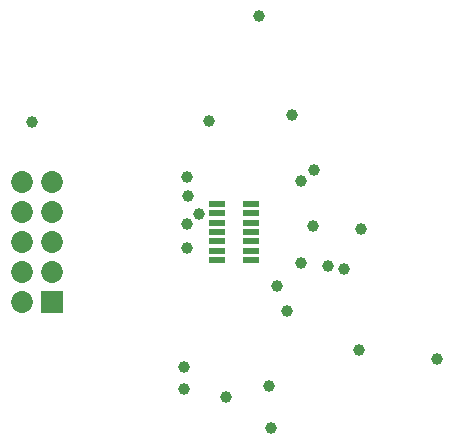
<source format=gbs>
G04*
G04 #@! TF.GenerationSoftware,Altium Limited,Altium Designer,23.4.1 (23)*
G04*
G04 Layer_Color=16711935*
%FSLAX44Y44*%
%MOMM*%
G71*
G04*
G04 #@! TF.SameCoordinates,64D97932-1E9C-4803-83F2-7C732265FDC7*
G04*
G04*
G04 #@! TF.FilePolarity,Negative*
G04*
G01*
G75*
%ADD41C,1.8532*%
%ADD42R,1.8532X1.8532*%
%ADD43C,1.0032*%
%ADD49R,1.4532X0.5532*%
D41*
X31750Y200660D02*
D03*
X57150D02*
D03*
X31750Y175260D02*
D03*
X57150Y226060D02*
D03*
X31750D02*
D03*
X57150Y251460D02*
D03*
Y276860D02*
D03*
X31750Y251460D02*
D03*
Y276860D02*
D03*
D42*
X57150Y175260D02*
D03*
D43*
X267970Y278130D02*
D03*
X279400Y287020D02*
D03*
X260350Y334010D02*
D03*
X317500Y134620D02*
D03*
X256540Y167640D02*
D03*
X247650Y189230D02*
D03*
X40640Y327660D02*
D03*
X204470Y95250D02*
D03*
X278130Y240030D02*
D03*
X181610Y250190D02*
D03*
X232410Y417830D02*
D03*
X318770Y237490D02*
D03*
X383540Y127000D02*
D03*
X241300Y104140D02*
D03*
X242570Y68580D02*
D03*
X290830Y205740D02*
D03*
X304800Y203200D02*
D03*
X190500Y328930D02*
D03*
X171580Y281713D02*
D03*
X172720Y265531D02*
D03*
X171450Y241899D02*
D03*
Y221622D02*
D03*
X267970Y208280D02*
D03*
X168910Y101600D02*
D03*
Y120650D02*
D03*
D49*
X226060Y250950D02*
D03*
Y242950D02*
D03*
Y234950D02*
D03*
Y226950D02*
D03*
Y218950D02*
D03*
Y210950D02*
D03*
Y258950D02*
D03*
X196980Y210950D02*
D03*
Y218950D02*
D03*
Y226950D02*
D03*
Y234950D02*
D03*
Y242950D02*
D03*
Y250950D02*
D03*
Y258950D02*
D03*
M02*

</source>
